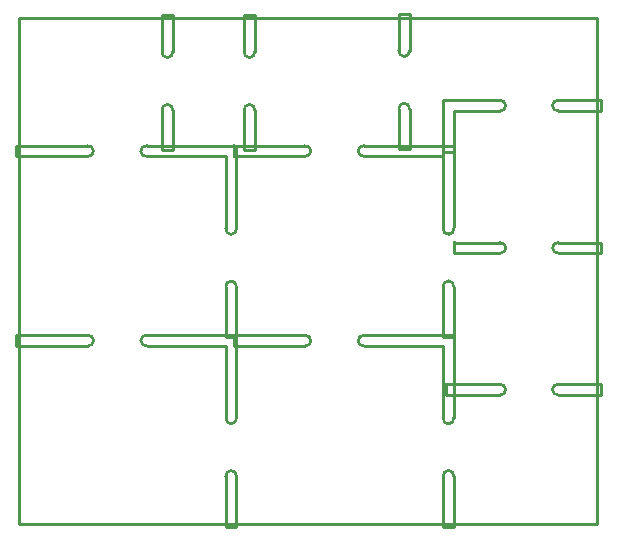
<source format=gko>
G04*
G04 #@! TF.GenerationSoftware,Altium Limited,Altium Designer,20.1.8 (145)*
G04*
G04 Layer_Color=16711935*
%FSLAX25Y25*%
%MOIN*%
G70*
G04*
G04 #@! TF.SameCoordinates,4EEE358A-EBC4-4D44-B4B5-89C592D5BD6F*
G04*
G04*
G04 #@! TF.FilePolarity,Positive*
G04*
G01*
G75*
%ADD12C,0.01000*%
D12*
X160433Y137795D02*
G03*
X160433Y141339I197J1772D01*
G01*
X179932D02*
G03*
X179932Y137795I-197J-1772D01*
G01*
X126772Y157885D02*
G03*
X130315Y157885I1772J-197D01*
G01*
Y138386D02*
G03*
X126772Y138386I-1772J197D01*
G01*
X75197Y157491D02*
G03*
X78740Y157491I1772J-197D01*
G01*
Y137992D02*
G03*
X75197Y137992I-1772J197D01*
G01*
X51378Y137992D02*
G03*
X47835Y137992I-1772J197D01*
G01*
Y157491D02*
G03*
X51378Y157491I1772J-197D01*
G01*
X145276Y90551D02*
G03*
X145276Y94095I-12916805J1772D01*
G01*
X160433Y90354D02*
G03*
X160433Y93898I197J1772D01*
G01*
X179932D02*
G03*
X179932Y90354I-197J-1772D01*
G01*
X72638Y79109D02*
G03*
X69095Y79109I-1772J197D01*
G01*
Y98597D02*
G03*
X72638Y98597I1772J-197D01*
G01*
X42727Y126157D02*
G03*
X42727Y122613I-197J-1772D01*
G01*
X23031D02*
G03*
X23031Y126157I197J1772D01*
G01*
X145079Y79109D02*
G03*
X141535Y79109I-1772J197D01*
G01*
Y98597D02*
G03*
X145079Y98597I1772J-197D01*
G01*
X115168Y126157D02*
G03*
X115168Y122613I-197J-1772D01*
G01*
X71850D02*
G03*
X71850Y126157I-12916805J1772D01*
G01*
X95473Y122613D02*
G03*
X95473Y126157I197J1772D01*
G01*
X179932Y46654D02*
G03*
X179932Y43110I-197J-1772D01*
G01*
X142520Y43110D02*
G03*
X142520Y46654I-12916805J1772D01*
G01*
X160433Y43110D02*
G03*
X160433Y46654I197J1772D01*
G01*
X95473Y59449D02*
G03*
X95473Y62992I197J1772D01*
G01*
X71850Y59449D02*
G03*
X71850Y62992I-12916805J1772D01*
G01*
X115168D02*
G03*
X115168Y59449I-197J-1772D01*
G01*
X141535Y35433D02*
G03*
X145079Y35433I1772J-197D01*
G01*
Y15945D02*
G03*
X141535Y15945I-1772J197D01*
G01*
X23031Y59449D02*
G03*
X23031Y62992I197J1772D01*
G01*
X42727D02*
G03*
X42727Y59449I-197J-1772D01*
G01*
X69095Y35433D02*
G03*
X72638Y35433I1772J-197D01*
G01*
Y15945D02*
G03*
X69095Y15945I-1772J197D01*
G01*
X141535Y124016D02*
X145079D01*
X141535D02*
Y141339D01*
X115168Y122613D02*
X141535D01*
X115168Y126157D02*
X145079D01*
Y124016D02*
Y137599D01*
X145276Y137795D01*
X160433D01*
X141535Y141339D02*
X160433D01*
X194095Y137795D02*
Y141339D01*
X179932Y137795D02*
X194095D01*
X179932Y141339D02*
X194095D01*
X126772Y157885D02*
Y170079D01*
X130315Y157885D02*
Y170079D01*
X126772Y138386D02*
X126772Y125197D01*
X130315Y138386D02*
X130315Y125197D01*
X126772Y125197D02*
X130315D01*
X126772Y170079D02*
X130315D01*
X75197Y157491D02*
Y169685D01*
X78740Y157491D02*
Y169685D01*
X75197Y137992D02*
X75197Y124803D01*
X78740Y137992D02*
X78740Y124803D01*
X75197Y124803D02*
X78740D01*
X75197Y169685D02*
X78740D01*
X47835Y169685D02*
X51378D01*
X47835Y124803D02*
X51378D01*
X0Y168898D02*
X192913D01*
X51378Y137992D02*
X51378Y124803D01*
X47835Y137992D02*
X47835Y124803D01*
X51378Y157491D02*
Y169685D01*
X47835Y157491D02*
Y169685D01*
X145276Y90354D02*
X160433Y90354D01*
X145276Y93898D02*
X160433Y93898D01*
X194095Y90354D02*
Y93898D01*
X179932Y90354D02*
X194095D01*
X179932Y93898D02*
X194095D01*
X69095Y62377D02*
X72638D01*
X69095D02*
Y79109D01*
X72638Y62377D02*
Y79109D01*
X42727Y126157D02*
X72638D01*
Y98597D02*
Y125763D01*
X69095Y98598D02*
Y122613D01*
X42727D02*
X69095D01*
X-787Y126157D02*
X23031D01*
X-787Y122613D02*
X23031D01*
X141535Y62377D02*
X145079D01*
X141535D02*
Y79109D01*
X145079Y62377D02*
Y79109D01*
Y98991D02*
Y126157D01*
X141535Y98598D02*
Y124016D01*
X71850Y126157D02*
X95473D01*
X71850Y122613D02*
X95473D01*
X-787D02*
Y126157D01*
X179932Y46654D02*
X194095D01*
X179932Y43110D02*
X194095D01*
Y46654D01*
X142520Y46654D02*
X160433Y46654D01*
X142520Y43110D02*
X160433Y43110D01*
X192913Y168898D02*
X192913Y0D01*
X0Y59449D02*
Y168898D01*
X-787Y59449D02*
Y62992D01*
X0Y0D02*
X192913D01*
X0D02*
Y59449D01*
X71850D02*
X95473D01*
X71850Y62992D02*
X95473D01*
X115168Y59449D02*
X141535D01*
Y35433D02*
Y59449D01*
X145079Y35433D02*
Y62599D01*
X115168Y62992D02*
X145079D01*
Y-787D02*
Y15945D01*
X141535Y-787D02*
Y15945D01*
Y-787D02*
X145079D01*
X-787Y59449D02*
X23031D01*
X-787Y62992D02*
X23031D01*
X42727Y59449D02*
X69095D01*
Y35433D02*
Y59449D01*
X72638Y35433D02*
Y62599D01*
X42727Y62992D02*
X72638D01*
Y-787D02*
Y15945D01*
X69095Y-787D02*
Y15945D01*
Y-787D02*
X72638D01*
M02*

</source>
